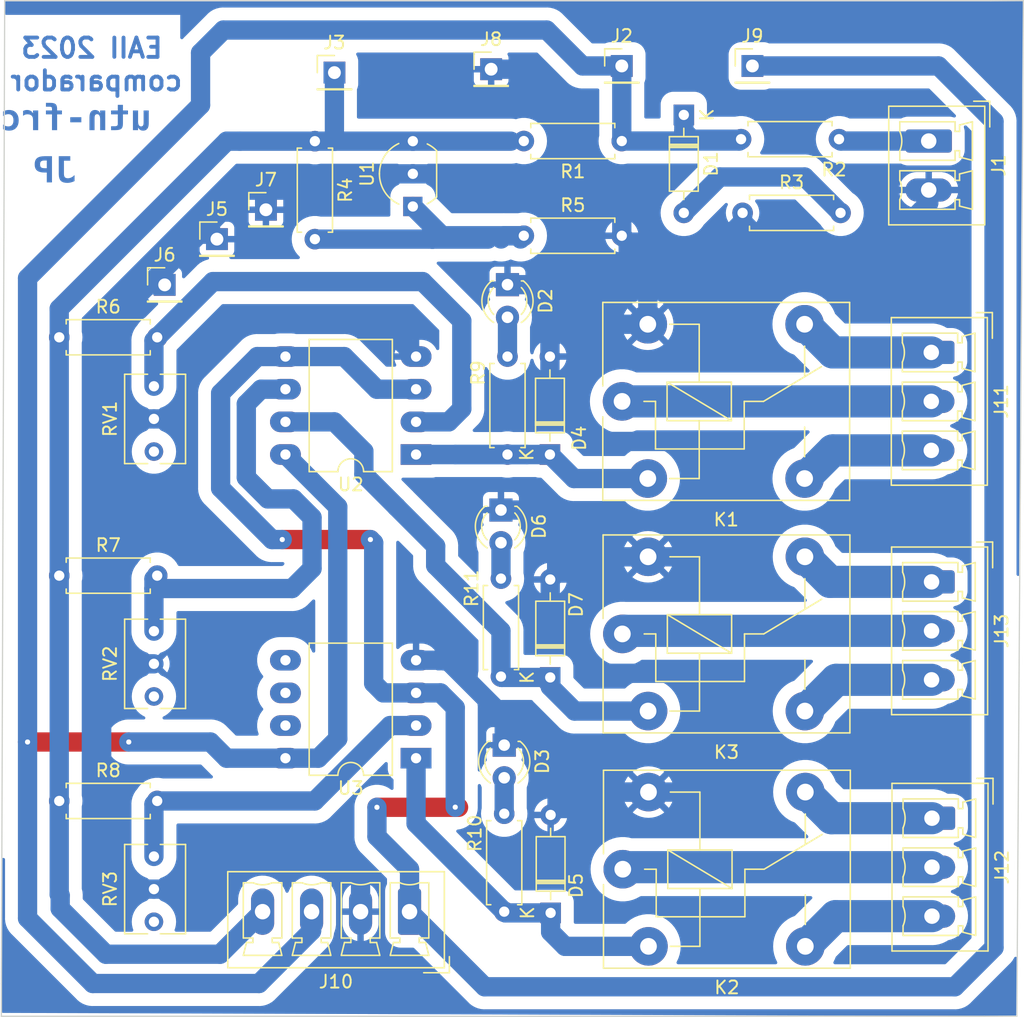
<source format=kicad_pcb>
(kicad_pcb (version 20221018) (generator pcbnew)
  (layers (0 "F.Cu" signal) (31 "B.Cu" signal) (34 "B.Paste" user) (35 "F.Paste" user) (36 "B.SilkS" user "B.Silkscreen") (37 "F.SilkS" user "F.Silkscreen") (38 "B.Mask" user) (39 "F.Mask" user) (44 "Edge.Cuts" user))
  (net 0 "")
  (net 1 "+15V")
  (net 2 "GND")
  (net 3 "Net-(D4-K)")
  (net 4 "Net-(J11-Pin_1)")
  (net 5 "Net-(J11-Pin_2)")
  (net 6 "ldr")
  (net 7 "Net-(J11-Pin_3)")
  (net 8 "Net-(J12-Pin_1)")
  (net 9 "Net-(J12-Pin_2)")
  (net 10 "Net-(J12-Pin_3)")
  (net 11 "Net-(J13-Pin_1)")
  (net 12 "Net-(J13-Pin_2)")
  (net 13 "+5V")
  (net 14 "Net-(J13-Pin_3)")
  (net 15 "Net-(U1-REF)")
  (net 16 "ref1")
  (net 17 "ref2")
  (net 18 "ref3")
  (net 25 "Net-(D2-A)")
  (net 26 "Net-(D3-A)")
  (net 27 "Net-(D5-K)")
  (net 28 "Net-(D6-A)")
  (net 29 "Net-(D7-K)")
  (net 30 "Net-(D1-A)")
  (net 31 "Net-(J1-Pin_1)")
  (footprint "Connector_PinHeader_2.54mm:PinHeader_1x01_P2.54mm_Vertical" (layer "F.Cu") (at 162.306 62.22)
    (fp_text reference "J9" (at 0 -2.33) (layer "F.SilkS"))
    (fp_text value "sensor")
    (pad "1" thru_hole rect (at 0 0) (size 1.7 1.7) (drill 1) (layers "*.Cu" "*.Mask") (net 6 "ldr"))
  )
  (footprint "Package_DIP:DIP-8_W10.16mm_LongPads" (layer "F.Cu") (at 136.144 116.068 180)
    (fp_text reference "U3" (at 5.08 -2.33) (layer "F.SilkS"))
    (fp_text value "TL082")
    (pad "1" thru_hole rect (at 0 0 180) (size 2.4 1.6) (drill 0.8) (layers "*.Cu" "*.Mask") (net 27 "Net-(D5-K)"))
    (pad "2" thru_hole oval (at 0 2.54 180) (size 2.4 1.6) (drill 0.8) (layers "*.Cu" "*.Mask") (net 18 "ref3"))
    (pad "3" thru_hole oval (at 0 5.08 180) (size 2.4 1.6) (drill 0.8) (layers "*.Cu" "*.Mask") (net 6 "ldr"))
    (pad "4" thru_hole oval (at 0 7.62 180) (size 2.4 1.6) (drill 0.8) (layers "*.Cu" "*.Mask") (net 2 "GND"))
    (pad "5" thru_hole oval (at 10.16 7.62 180) (size 2.4 1.6) (drill 0.8) (layers "*.Cu" "*.Mask"))
    (pad "6" thru_hole oval (at 10.16 5.08 180) (size 2.4 1.6) (drill 0.8) (layers "*.Cu" "*.Mask"))
    (pad "7" thru_hole oval (at 10.16 2.54 180) (size 2.4 1.6) (drill 0.8) (layers "*.Cu" "*.Mask"))
    (pad "8" thru_hole oval (at 10.16 0 180) (size 2.4 1.6) (drill 0.8) (layers "*.Cu" "*.Mask") (net 1 "+15V"))
  )
  (footprint "Resistor_THT:R_Axial_DIN0207_L6.3mm_D2.5mm_P7.62mm_Horizontal" (layer "F.Cu") (at 161.544 73.65)
    (fp_text reference "R3" (at 3.81 -2.37) (layer "F.SilkS"))
    (fp_text value "R")
    (pad "1" thru_hole circle (at 0 0) (size 1.6 1.6) (drill 0.8) (layers "*.Cu" "*.Mask") (net 2 "GND"))
    (pad "2" thru_hole oval (at 7.62 0) (size 1.6 1.6) (drill 0.8) (layers "*.Cu" "*.Mask") (net 30 "Net-(D1-A)"))
  )
  (footprint "Resistor_THT:R_Axial_DIN0207_L6.3mm_D2.5mm_P7.62mm_Horizontal" (layer "F.Cu") (at 142.748 102.098 -90)
    (fp_text reference "R11" (at 0.762 2.286 90) (layer "F.SilkS"))
    (fp_text value "R")
    (pad "1" thru_hole circle (at 0 0 270) (size 1.6 1.6) (drill 0.8) (layers "*.Cu" "*.Mask") (net 28 "Net-(D6-A)"))
    (pad "2" thru_hole oval (at 7.62 0 270) (size 1.6 1.6) (drill 0.8) (layers "*.Cu" "*.Mask") (net 29 "Net-(D7-K)"))
  )
  (footprint "Diode_THT:D_DO-35_SOD27_P7.62mm_Horizontal" (layer "F.Cu") (at 156.972 66.03 -90)
    (fp_text reference "D1" (at 3.81 -2.12 90) (layer "F.SilkS"))
    (fp_text value "D_Zener")
    (fp_text user "K" (at 0 -1.8 90) (layer "F.SilkS"))
    (pad "1" thru_hole rect (at 0 0 270) (size 1.6 1.6) (drill 0.8) (layers "*.Cu" "*.Mask") (net 1 "+15V"))
    (pad "2" thru_hole oval (at 7.62 0 270) (size 1.6 1.6) (drill 0.8) (layers "*.Cu" "*.Mask") (net 30 "Net-(D1-A)"))
  )
  (footprint "LED_THT:LED_D3.0mm" (layer "F.Cu") (at 142.748 96.764 -90)
    (fp_text reference "D6" (at 1.27 -2.96 90) (layer "F.SilkS"))
    (fp_text value "LED")
    (pad "1" thru_hole rect (at 0 0 270) (size 1.8 1.8) (drill 0.9) (layers "*.Cu" "*.Mask") (net 2 "GND"))
    (pad "2" thru_hole circle (at 2.54 0 270) (size 1.8 1.8) (drill 0.9) (layers "*.Cu" "*.Mask") (net 28 "Net-(D6-A)"))
  )
  (footprint "Connector_Phoenix_MC:PhoenixContact_MCV_1,5_4-G-3.81_1x04_P3.81mm_Vertical" (layer "F.Cu") (at 135.636 128.006 180)
    (fp_text reference "J10" (at 5.72 -5.45) (layer "F.SilkS"))
    (fp_text value "exp")
    (pad "1" thru_hole roundrect (at 0 0 180) (size 1.8 3.6) (drill 1.2) (layers "*.Cu" "*.Mask") (roundrect_rratio 0.138889) (net 6 "ldr"))
    (pad "2" thru_hole oval (at 3.81 0 180) (size 1.8 3.6) (drill 1.2) (layers "*.Cu" "*.Mask") (net 2 "GND"))
    (pad "3" thru_hole oval (at 7.62 0 180) (size 1.8 3.6) (drill 1.2) (layers "*.Cu" "*.Mask") (net 1 "+15V"))
    (pad "4" thru_hole oval (at 11.43 0 180) (size 1.8 3.6) (drill 1.2) (layers "*.Cu" "*.Mask") (net 13 "+5V"))
  )
  (footprint "Potentiometer_THT:Potentiometer_Bourns_3266Y_Vertical" (layer "F.Cu") (at 115.754 106.187 90)
    (fp_text reference "RV2" (at -2.54 -3.41 90) (layer "F.SilkS"))
    (fp_text value "10K")
    (pad "1" thru_hole circle (at 0 0 90) (size 1.44 1.44) (drill 0.8) (layers "*.Cu" "*.Mask") (net 17 "ref2"))
    (pad "2" thru_hole circle (at -2.54 0 90) (size 1.44 1.44) (drill 0.8) (layers "*.Cu" "*.Mask") (net 2 "GND"))
    (pad "3" thru_hole circle (at -5.08 0 90) (size 1.44 1.44) (drill 0.8) (layers "*.Cu" "*.Mask"))
  )
  (footprint "Resistor_THT:R_Axial_DIN0207_L6.3mm_D2.5mm_P7.62mm_Horizontal" (layer "F.Cu") (at 169.0445 67.9175 180)
    (fp_text reference "R2" (at 0.3885 -2.37) (layer "F.SilkS"))
    (fp_text value "R")
    (pad "1" thru_hole circle (at 0 0 180) (size 1.6 1.6) (drill 0.8) (layers "*.Cu" "*.Mask") (net 31 "Net-(J1-Pin_1)"))
    (pad "2" thru_hole oval (at 7.62 0 180) (size 1.6 1.6) (drill 0.8) (layers "*.Cu" "*.Mask") (net 1 "+15V"))
  )
  (footprint "Connector_Phoenix_MC:PhoenixContact_MCV_1,5_3-G-3.81_1x03_P3.81mm_Vertical" (layer "F.Cu") (at 176.276 120.736 -90)
    (fp_text reference "J12" (at 3.81 -5.45 90) (layer "F.SilkS"))
    (fp_text value "out")
    (pad "1" thru_hole roundrect (at 0 0 270) (size 1.8 3.6) (drill 1.2) (layers "*.Cu" "*.Mask") (roundrect_rratio 0.138889) (net 8 "Net-(J12-Pin_1)"))
    (pad "2" thru_hole oval (at 3.81 0 270) (size 1.8 3.6) (drill 1.2) (layers "*.Cu" "*.Mask") (net 9 "Net-(J12-Pin_2)"))
    (pad "3" thru_hole oval (at 7.62 0 270) (size 1.8 3.6) (drill 1.2) (layers "*.Cu" "*.Mask") (net 10 "Net-(J12-Pin_3)"))
  )
  (footprint "Resistor_THT:R_Axial_DIN0207_L6.3mm_D2.5mm_P7.62mm_Horizontal" (layer "F.Cu") (at 143.002 120.386 -90)
    (fp_text reference "R10" (at 1.524 2.286 90) (layer "F.SilkS"))
    (fp_text value "R")
    (pad "1" thru_hole circle (at 0 0 270) (size 1.6 1.6) (drill 0.8) (layers "*.Cu" "*.Mask") (net 26 "Net-(D3-A)"))
    (pad "2" thru_hole oval (at 7.62 0 270) (size 1.6 1.6) (drill 0.8) (layers "*.Cu" "*.Mask") (net 27 "Net-(D5-K)"))
  )
  (footprint "Resistor_THT:R_Axial_DIN0207_L6.3mm_D2.5mm_P7.62mm_Horizontal" (layer "F.Cu") (at 108.388 83.327)
    (fp_text reference "R6" (at 3.81 -2.37) (layer "F.SilkS"))
    (fp_text value "1k")
    (pad "1" thru_hole circle (at 0 0) (size 1.6 1.6) (drill 0.8) (layers "*.Cu" "*.Mask") (net 13 "+5V"))
    (pad "2" thru_hole oval (at 7.62 0) (size 1.6 1.6) (drill 0.8) (layers "*.Cu" "*.Mask") (net 16 "ref1"))
  )
  (footprint "Connector_PinHeader_2.54mm:PinHeader_1x01_P2.54mm_Vertical" (layer "F.Cu") (at 116.591 79.248)
    (fp_text reference "J6" (at 0 -2.33) (layer "F.SilkS"))
    (fp_text value "GND")
    (pad "1" thru_hole rect (at 0 0) (size 1.7 1.7) (drill 1) (layers "*.Cu" "*.Mask") (net 2 "GND"))
  )
  (footprint "Resistor_THT:R_Axial_DIN0207_L6.3mm_D2.5mm_P7.62mm_Horizontal" (layer "F.Cu") (at 108.388 101.869)
    (fp_text reference "R7" (at 3.81 -2.37) (layer "F.SilkS"))
    (fp_text value "1k")
    (pad "1" thru_hole circle (at 0 0) (size 1.6 1.6) (drill 0.8) (layers "*.Cu" "*.Mask") (net 13 "+5V"))
    (pad "2" thru_hole oval (at 7.62 0) (size 1.6 1.6) (drill 0.8) (layers "*.Cu" "*.Mask") (net 17 "ref2"))
  )
  (footprint "Potentiometer_THT:Potentiometer_Bourns_3266Y_Vertical" (layer "F.Cu") (at 115.754 87.137 90)
    (fp_text reference "RV1" (at -2.54 -3.41 90) (layer "F.SilkS"))
    (fp_text value "10K")
    (pad "1" thru_hole circle (at 0 0 90) (size 1.44 1.44) (drill 0.8) (layers "*.Cu" "*.Mask") (net 16 "ref1"))
    (pad "2" thru_hole circle (at -2.54 0 90) (size 1.44 1.44) (drill 0.8) (layers "*.Cu" "*.Mask") (net 2 "GND"))
    (pad "3" thru_hole circle (at -5.08 0 90) (size 1.44 1.44) (drill 0.8) (layers "*.Cu" "*.Mask"))
  )
  (footprint "Diode_THT:D_DO-35_SOD27_P7.62mm_Horizontal" (layer "F.Cu") (at 146.612 128.102 90)
    (fp_text reference "D5" (at 2.128 1.978 90) (layer "F.SilkS"))
    (fp_text value "D")
    (fp_text user "K" (at 0 -1.8 90) (layer "F.SilkS"))
    (pad "1" thru_hole rect (at 0 0 90) (size 1.6 1.6) (drill 0.8) (layers "*.Cu" "*.Mask") (net 27 "Net-(D5-K)"))
    (pad "2" thru_hole oval (at 7.62 0 90) (size 1.6 1.6) (drill 0.8) (layers "*.Cu" "*.Mask") (net 2 "GND"))
  )
  (footprint "LED_THT:LED_D3.0mm" (layer "F.Cu") (at 143.256 79.233 -90)
    (fp_text reference "D2" (at 1.27 -2.96 90) (layer "F.SilkS"))
    (fp_text value "LED")
    (pad "1" thru_hole rect (at 0 0 270) (size 1.8 1.8) (drill 0.9) (layers "*.Cu" "*.Mask") (net 2 "GND"))
    (pad "2" thru_hole circle (at 2.54 0 270) (size 1.8 1.8) (drill 0.9) (layers "*.Cu" "*.Mask") (net 25 "Net-(D2-A)"))
  )
  (footprint "Resistor_THT:R_Axial_DIN0207_L6.3mm_D2.5mm_P7.62mm_Horizontal" (layer "F.Cu") (at 128.275 68.072 -90)
    (fp_text reference "R4" (at 3.81 -2.37 90) (layer "F.SilkS"))
    (fp_text value "R")
    (pad "1" thru_hole circle (at 0 0 270) (size 1.6 1.6) (drill 0.8) (layers "*.Cu" "*.Mask") (net 13 "+5V"))
    (pad "2" thru_hole oval (at 7.62 0 270) (size 1.6 1.6) (drill 0.8) (layers "*.Cu" "*.Mask") (net 15 "Net-(U1-REF)"))
  )
  (footprint "Diode_THT:D_DO-35_SOD27_P7.62mm_Horizontal" (layer "F.Cu") (at 146.58 109.786 90)
    (fp_text reference "D7" (at 5.656 2.01 90) (layer "F.SilkS"))
    (fp_text value "D")
    (fp_text user "K" (at 0 -1.8 90) (layer "F.SilkS"))
    (pad "1" thru_hole rect (at 0 0 90) (size 1.6 1.6) (drill 0.8) (layers "*.Cu" "*.Mask") (net 29 "Net-(D7-K)"))
    (pad "2" thru_hole oval (at 7.62 0 90) (size 1.6 1.6) (drill 0.8) (layers "*.Cu" "*.Mask") (net 2 "GND"))
  )
  (footprint "Resistor_THT:R_Axial_DIN0207_L6.3mm_D2.5mm_P7.62mm_Horizontal" (layer "F.Cu") (at 152.146 68.062 180)
    (fp_text reference "R1" (at 3.81 -2.37) (layer "F.SilkS"))
    (fp_text value "R")
    (pad "1" thru_hole circle (at 0 0 180) (size 1.6 1.6) (drill 0.8) (layers "*.Cu" "*.Mask") (net 1 "+15V"))
    (pad "2" thru_hole oval (at 7.62 0 180) (size 1.6 1.6) (drill 0.8) (layers "*.Cu" "*.Mask") (net 13 "+5V"))
  )
  (footprint "Resistor_THT:R_Axial_DIN0207_L6.3mm_D2.5mm_P7.62mm_Horizontal" (layer "F.Cu") (at 143.256 84.826 -90)
    (fp_text reference "R9" (at 1.27 2.286 90) (layer "F.SilkS"))
    (fp_text value "R")
    (pad "1" thru_hole circle (at 0 0 270) (size 1.6 1.6) (drill 0.8) (layers "*.Cu" "*.Mask") (net 25 "Net-(D2-A)"))
    (pad "2" thru_hole oval (at 7.62 0 270) (size 1.6 1.6) (drill 0.8) (layers "*.Cu" "*.Mask") (net 3 "Net-(D4-K)"))
  )
  (footprint "Diode_THT:D_DO-35_SOD27_P7.62mm_Horizontal" (layer "F.Cu") (at 146.558 92.446 90)
    (fp_text reference "D4" (at 1.27 2.286 90) (layer "F.SilkS"))
    (fp_text value "D")
    (fp_text user "K" (at 0 -1.8 90) (layer "F.SilkS"))
    (pad "1" thru_hole rect (at 0 0 90) (size 1.6 1.6) (drill 0.8) (layers "*.Cu" "*.Mask") (net 3 "Net-(D4-K)"))
    (pad "2" thru_hole oval (at 7.62 0 90) (size 1.6 1.6) (drill 0.8) (layers "*.Cu" "*.Mask") (net 2 "GND"))
  )
  (footprint "Connector_Phoenix_MC:PhoenixContact_MCV_1,5_2-G-3.81_1x02_P3.81mm_Vertical" (layer "F.Cu") (at 176.022 68.062 -90)
    (fp_text reference "J1" (at 1.9 -5.45 90) (layer "F.SilkS"))
    (fp_text value "alimentacion")
    (pad "1" thru_hole roundrect (at 0 0 270) (size 1.8 3.6) (drill 1.2) (layers "*.Cu" "*.Mask") (roundrect_rratio 0.138889) (net 31 "Net-(J1-Pin_1)"))
    (pad "2" thru_hole oval (at 3.81 0 270) (size 1.8 3.6) (drill 1.2) (layers "*.Cu" "*.Mask") (net 2 "GND"))
  )
  (footprint "LED_THT:LED_D3.0mm" (layer "F.Cu") (at 143.002 115.052 -90)
    (fp_text reference "D3" (at 1.27 -2.96 90) (layer "F.SilkS"))
    (fp_text value "LED")
    (pad "1" thru_hole rect (at 0 0 270) (size 1.8 1.8) (drill 0.9) (layers "*.Cu" "*.Mask") (net 2 "GND"))
    (pad "2" thru_hole circle (at 2.54 0 270) (size 1.8 1.8) (drill 0.9) (layers "*.Cu" "*.Mask") (net 26 "Net-(D3-A)"))
  )
  (footprint "Connector_Phoenix_MC:PhoenixContact_MCV_1,5_3-G-3.81_1x03_P3.81mm_Vertical" (layer "F.Cu") (at 176.222 84.504 -90)
    (fp_text reference "J11" (at 3.81 -5.45 90) (layer "F.SilkS"))
    (fp_text value "out")
    (pad "1" thru_hole roundrect (at 0 0 270) (size 1.8 3.6) (drill 1.2) (layers "*.Cu" "*.Mask") (roundrect_rratio 0.138889) (net 4 "Net-(J11-Pin_1)"))
    (pad "2" thru_hole oval (at 3.81 0 270) (size 1.8 3.6) (drill 1.2) (layers "*.Cu" "*.Mask") (net 5 "Net-(J11-Pin_2)"))
    (pad "3" thru_hole oval (at 7.62 0 270) (size 1.8 3.6) (drill 1.2) (layers "*.Cu" "*.Mask") (net 7 "Net-(J11-Pin_3)"))
  )
  (footprint "Relay_THT:Relay_SPDT_Finder_36.11" (layer "F.Cu") (at 152.17 88.314)
    (fp_text reference "K1" (at 8.1 9.2) (layer "F.SilkS"))
    (fp_text value "FINDER-36.11")
    (pad "11" thru_hole circle (at 0 0) (size 3 3) (drill 1.3) (layers "*.Cu" "*.Mask") (net 5 "Net-(J11-Pin_2)"))
    (pad "12" thru_hole circle (at 14.2 -6) (size 3 3) (drill 1.3) (layers "*.Cu" "*.Mask") (net 4 "Net-(J11-Pin_1)"))
    (pad "14" thru_hole circle (at 14.2 6) (size 3 3) (drill 1.3) (layers "*.Cu" "*.Mask") (net 7 "Net-(J11-Pin_3)"))
    (pad "A1" thru_hole circle (at 2 6) (size 3 3) (drill 1.3) (layers "*.Cu" "*.Mask") (net 3 "Net-(D4-K)"))
    (pad "A2" thru_hole circle (at 2 -6) (size 3 3) (drill 1.3) (layers "*.Cu" "*.Mask") (net 2 "GND"))
  )
  (footprint "Connector_Phoenix_MC:PhoenixContact_MCV_1,5_3-G-3.81_1x03_P3.81mm_Vertical" (layer "F.Cu") (at 176.244 102.352 -90)
    (fp_text reference "J13" (at 3.81 -5.45 90) (layer "F.SilkS"))
    (fp_text value "out")
    (pad "1" thru_hole roundrect (at 0 0 270) (size 1.8 3.6) (drill 1.2) (layers "*.Cu" "*.Mask") (roundrect_rratio 0.138889) (net 11 "Net-(J13-Pin_1)"))
    (pad "2" thru_hole oval (at 3.81 0 270) (size 1.8 3.6) (drill 1.2) (layers "*.Cu" "*.Mask") (net 12 "Net-(J13-Pin_2)"))
    (pad "3" thru_hole oval (at 7.62 0 270) (size 1.8 3.6) (drill 1.2) (layers "*.Cu" "*.Mask") (net 14 "Net-(J13-Pin_3)"))
  )
  (footprint "Package_TO_SOT_THT:TO-92_Inline_Wide" (layer "F.Cu") (at 135.895 73.152 90)
    (fp_text reference "U1" (at 2.54 -3.56 90) (layer "F.SilkS"))
    (fp_text value "TL431LP")
    (pad "1" thru_hole rect (at 0 0 90) (size 1.5 1.5) (drill 0.8) (layers "*.Cu" "*.Mask") (net 15 "Net-(U1-REF)"))
    (pad "2" thru_hole circle (at 2.54 0 90) (size 1.5 1.5) (drill 0.8) (layers "*.Cu" "*.Mask") (net 2 "GND"))
    (pad "3" thru_hole circle (at 5.08 0 90) (size 1.5 1.5) (drill 0.8) (layers "*.Cu" "*.Mask") (net 13 "+5V"))
  )
  (footprint "Potentiometer_THT:Potentiometer_Bourns_3266Y_Vertical" (layer "F.Cu") (at 115.754 123.713 90)
    (fp_text reference "RV3" (at -2.54 -3.41 90) (layer "F.SilkS"))
    (fp_text value "10K")
    (pad "1" thru_hole circle (at 0 0 90) (size 1.44 1.44) (drill 0.8) (layers "*.Cu" "*.Mask") (net 18 "ref3"))
    (pad "2" thru_hole circle (at -2.54 0 90) (size 1.44 1.44) (drill 0.8) (layers "*.Cu" "*.Mask") (net 2 "GND"))
    (pad "3" thru_hole circle (at -5.08 0 90) (size 1.44 1.44) (drill 0.8) (layers "*.Cu" "*.Mask"))
  )
  (footprint "Connector_PinHeader_2.54mm:PinHeader_1x01_P2.54mm_Vertical" (layer "F.Cu") (at 141.986 62.474)
    (fp_text reference "J8" (at 0 -2.33) (layer "F.SilkS"))
    (fp_text value "GND")
    (pad "1" thru_hole rect (at 0 0) (size 1.7 1.7) (drill 1) (layers "*.Cu" "*.Mask") (net 2 "GND"))
  )
  (footprint "Relay_THT:Relay_SPDT_Finder_36.11" (layer "F.Cu") (at 152.224 124.704)
    (fp_text reference "K2" (at 8.1 9.2) (layer "F.SilkS"))
    (fp_text value "FINDER-36.11")
    (pad "11" thru_hole circle (at 0 0) (size 3 3) (drill 1.3) (layers "*.Cu" "*.Mask") (net 9 "Net-(J12-Pin_2)"))
    (pad "12" thru_hole circle (at 14.2 -6) (size 3 3) (drill 1.3) (layers "*.Cu" "*.Mask") (net 8 "Net-(J12-Pin_1)"))
    (pad "14" thru_hole circle (at 14.2 6) (size 3 3) (drill 1.3) (layers "*.Cu" "*.Mask") (net 10 "Net-(J12-Pin_3)"))
    (pad "A1" thru_hole circle (at 2 6) (size 3 3) (drill 1.3) (layers "*.Cu" "*.Mask") (net 27 "Net-(D5-K)"))
    (pad "A2" thru_hole circle (at 2 -6) (size 3 3) (drill 1.3) (layers "*.Cu" "*.Mask") (net 2 "GND"))
  )
  (footprint "Resistor_THT:R_Axial_DIN0207_L6.3mm_D2.5mm_P7.62mm_Horizontal" (layer "F.Cu") (at 144.526 75.428)
    (fp_text reference "R5" (at 3.81 -2.37) (layer "F.SilkS"))
    (fp_text value "R")
    (pad "1" thru_hole circle (at 0 0) (size 1.6 1.6) (drill 0.8) (layers "*.Cu" "*.Mask") (net 15 "Net-(U1-REF)"))
    (pad "2" thru_hole oval (at 7.62 0) (size 1.6 1.6) (drill 0.8) (layers "*.Cu" "*.Mask") (net 2 "GND"))
  )
  (footprint "Connector_PinHeader_2.54mm:PinHeader_1x01_P2.54mm_Vertical" (layer "F.Cu") (at 124.465 73.406)
    (fp_text reference "J7" (at 0 -2.33) (layer "F.SilkS"))
    (fp_text value "GND")
    (pad "1" thru_hole rect (at 0 0) (size 1.7 1.7) (drill 1) (layers "*.Cu" "*.Mask") (net 2 "GND"))
  )
  (footprint "Package_DIP:DIP-8_W10.16mm_LongPads" (layer "F.Cu") (at 136.144 92.446 180)
    (fp_text reference "U2" (at 5.08 -2.33) (layer "F.SilkS"))
    (fp_text value "TL082")
    (pad "1" thru_hole rect (at 0 0 180) (size 2.4 1.6) (drill 0.8) (layers "*.Cu" "*.Mask") (net 3 "Net-(D4-K)"))
    (pad "2" thru_hole oval (at 0 2.54 180) (size 2.4 1.6) (drill 0.8) (layers "*.Cu" "*.Mask") (net 16 "ref1"))
    (pad "3" thru_hole oval (at 0 5.08 180) (size 2.4 1.6) (drill 0.8) (layers "*.Cu" "*.Mask") (net 6 "ldr"))
    (pad "4" thru_hole oval (at 0 7.62 180) (size 2.4 1.6) (drill 0.8) (layers "*.Cu" "*.Mask") (net 2 "GND"))
    (pad "5" thru_hole oval (at 10.16 7.62 180) (size 2.4 1.6) (drill 0.8) (layers "*.Cu" "*.Mask") (net 6 "ldr"))
    (pad "6" thru_hole oval (at 10.16 5.08 180) (size 2.4 1.6) (drill 0.8) (layers "*.Cu" "*.Mask") (net 17 "ref2"))
    (pad "7" thru_hole oval (at 10.16 2.54 180) (size 2.4 1.6) (drill 0.8) (layers "*.Cu" "*.Mask") (net 29 "Net-(D7-K)"))
    (pad "8" thru_hole oval (at 10.16 0 180) (size 2.4 1.6) (drill 0.8) (layers "*.Cu" "*.Mask") (net 1 "+15V"))
  )
  (footprint "Connector_PinHeader_2.54mm:PinHeader_1x01_P2.54mm_Vertical" (layer "F.Cu") (at 129.794 62.738)
    (fp_text reference "J3" (at 0 -2.33) (layer "F.SilkS"))
    (fp_text value "+5")
    (pad "1" thru_hole rect (at 0 0) (size 1.7 1.7) (drill 1) (layers "*.Cu" "*.Mask") (net 13 "+5V"))
  )
  (footprint "Connector_PinHeader_2.54mm:PinHeader_1x01_P2.54mm_Vertical" (layer "F.Cu") (at 152.146 62.22)
    (fp_text reference "J2" (at 0 -2.33) (layer "F.SilkS"))
    (fp_text value "+15")
    (pad "1" thru_hole rect (at 0 0) (size 1.7 1.7) (drill 1) (layers "*.Cu" "*.Mask") (net 1 "+15V"))
  )
  (footprint "Relay_THT:Relay_SPDT_Finder_36.11" (layer "F.Cu") (at 152.192 106.402)
    (fp_text reference "K3" (at 8.1 9.2) (layer "F.SilkS"))
    (fp_text value "FINDER-36.11")
    (pad "11" thru_hole circle (at 0 0) (size 3 3) (drill 1.3) (layers "*.Cu" "*.Mask") (net 12 "Net-(J13-Pin_2)"))
    (pad "12" thru_hole circle (at 14.2 -6) (size 3 3) (drill 1.3) (layers "*.Cu" "*.Mask") (net 11 "Net-(J13-Pin_1)"))
    (pad "14" thru_hole circle (at 14.2 6) (size 3 3) (drill 1.3) (layers "*.Cu" "*.Mask") (net 14 "Net-(J13-Pin_3)"))
    (pad "A1" thru_hole circle (at 2 6) (size 3 3) (drill 1.3) (layers "*.Cu" "*.Mask") (net 29 "Net-(D7-K)"))
    (pad "A2" thru_hole circle (at 2 -6) (size 3 3) (drill 1.3) (layers "*.Cu" "*.Mask") (net 2 "GND"))
  )
  (footprint "Resistor_THT:R_Axial_DIN0207_L6.3mm_D2.5mm_P7.62mm_Horizontal" (layer "F.Cu") (at 108.388 119.395)
    (fp_text reference "R8" (at 3.81 -2.37) (layer "F.SilkS"))
    (fp_text value "1k")
    (pad "1" thru_hole circle (at 0 0) (size 1.6 1.6) (drill 0.8) (layers "*.Cu" "*.Mask") (net 13 "+5V"))
    (pad "2" thru_hole oval (at 7.62 0) (size 1.6 1.6) (drill 0.8) (layers "*.Cu" "*.Mask") (net 18 "ref3"))
  )
  (footprint "Connector_PinHeader_2.54mm:PinHeader_1x01_P2.54mm_Vertical" (layer "F.Cu") (at 120.655 75.692)
    (fp_text reference "J5" (at 0 -2.33) (layer "F.SilkS"))
    (fp_text value "GND")
    (pad "1" thru_hole rect (at 0 0) (size 1.7 1.7) (drill 1) (layers "*.Cu" "*.Mask") (net 2 "GND"))
  )
  (gr_line (start 103.891 133.604) (end 103.891 136.144) (stroke (width 0.1)) (layer "Edge.Cuts"))
  (gr_line (start 104.145 57.15) (end 103.891 133.604) (stroke (width 0.1)) (layer "Edge.Cuts"))
  (gr_line (start 182.88 136.134) (end 180.345 136.144) (stroke (width 0.1)) (layer "Edge.Cuts"))
  (gr_line (start 103.891 136.144) (end 180.345 136.144) (stroke (width 0.1)) (layer "Edge.Cuts"))
  (gr_line (start 180.853 57.15) (end 104.145 57.15) (stroke (width 0.1)) (layer "Edge.Cuts"))
  (gr_line (start 182.88 136.134) (end 183.388 57.14) (stroke (width 0.1)) (layer "Edge.Cuts"))
  (gr_line (start 183.388 57.14) (end 180.853 57.15) (stroke (width 0.1)) (layer "Edge.Cuts"))
  (gr_text "JP" (at 109.728 71.618) (layer "B.Cu") (effects (font (size 2 2) (thickness 0.3) bold) (justify left bottom mirror)))
  (gr_text "comparador" (at 118.11 64.252) (layer "B.Cu") (effects (font (size 1.5 1.5) (thickness 0.3) bold) (justify left bottom mirror)))
  (gr_text "EAII 2023\n" (at 116.586 61.712) (layer "B.Cu") (effects (font (size 1.5 1.5) (thickness 0.3) bold) (justify left bottom mirror)))
  (gr_text "utn-frc" (at 115.57 67.554) (layer "B.Cu") (effects (font (size 2 2) (thickness 0.3) bold) (justify left bottom mirror)))
  (segment (start 105.923 114.808) (end 113.797 114.808) (width 1.5) (layer "F.Cu") (net 1))
  (via (at 113.797 114.808) (size 0.8) (drill 0.4) (layers "F.Cu" "B.Cu") (net 1))
  (via (at 105.923 114.808) (size 0.8) (drill 0.4) (layers "F.Cu" "B.Cu") (net 1))
  (segment (start 149.098 62.22) (end 152.146 62.22) (width 1.5) (layer "B.Cu") (net 1))
  (segment (start 128.016 128.006) (end 128.016 129.506) (width 1.5) (layer "B.Cu") (net 1))
  (segment (start 110.998 133.594) (end 105.923 128.519) (width 1.5) (layer "B.Cu") (net 1))
  (segment (start 156.972 66.03) (end 156.972 67.3) (width 1.5) (layer "B.Cu") (net 1))
  (segment (start 152.146 62.22) (end 152.146 68.062) (width 1.5) (layer "B.Cu") (net 1))
  (segment (start 146.304 59.426) (end 149.098 62.22) (width 1.5) (layer "B.Cu") (net 1))
  (segment (start 113.797 114.808) (end 120.147 114.808) (width 1.5) (layer "B.Cu") (net 1))
  (segment (start 119.38 65.268) (end 119.38 61.204) (width 1.5) (layer "B.Cu") (net 1))
  (segment (start 121.407 116.068) (end 120.147 114.808) (width 1.5) (layer "B.Cu") (net 1))
  (segment (start 125.984 116.068) (end 121.407 116.068) (width 1.5) (layer "B.Cu") (net 1))
  (segment (start 123.928 133.594) (end 110.998 133.594) (width 1.5) (layer "B.Cu") (net 1))
  (segment (start 119.38 61.204) (end 121.158 59.426) (width 1.5) (layer "B.Cu") (net 1))
  (segment (start 130.053 114.554) (end 128.539 116.068) (width 1.5) (layer "B.Cu") (net 1))
  (segment (start 128.539 116.068) (end 125.984 116.068) (width 1.5) (layer "B.Cu") (net 1))
  (segment (start 105.923 78.725) (end 119.38 65.268) (width 1.5) (layer "B.Cu") (net 1))
  (segment (start 130.053 96.515) (end 130.053 114.554) (width 1.5) (layer "B.Cu") (net 1))
  (segment (start 121.158 59.426) (end 146.304 59.426) (width 1.5) (layer "B.Cu") (net 1))
  (segment (start 105.923 128.519) (end 105.923 114.808) (width 1.5) (layer "B.Cu") (net 1))
  (segment (start 125.984 92.446) (end 130.053 96.515) (width 1.5) (layer "B.Cu") (net 1))
  (segment (start 156.972 67.3) (end 157.5895 67.9175) (width 1.5) (layer "B.Cu") (net 1))
  (segment (start 152.146 68.062) (end 161.28 68.062) (width 1.5) (layer "B.Cu") (net 1))
  (segment (start 157.5895 67.9175) (end 161.4245 67.9175) (width 1.5) (layer "B.Cu") (net 1))
  (segment (start 105.923 114.808) (end 105.923 78.725) (width 1.5) (layer "B.Cu") (net 1))
  (segment (start 128.016 129.506) (end 123.928 133.594) (width 1.5) (layer "B.Cu") (net 1))
  (segment (start 161.28 68.062) (end 161.4245 67.9175) (width 1.5) (layer "B.Cu") (net 1))
  (segment (start 156.464 109.464) (end 159.512 112.512) (width 1.5) (layer "B.Cu") (net 2))
  (segment (start 148.344 100.402) (end 146.58 102.166) (width 1.5) (layer "B.Cu") (net 2))
  (segment (start 159.512 112.512) (end 159.512 116.322) (width 1.5) (layer "B.Cu") (net 2))
  (segment (start 142.24 72.126) (end 148.336 72.126) (width 1.5) (layer "B.Cu") (net 2))
  (segment (start 124.465 73.406) (end 124.465 71.882) (width 1.5) (layer "B.Cu") (net 2))
  (segment (start 120.274 75.311) (end 119.258 75.311) (width 1.5) (layer "B.Cu") (net 2))
  (segment (start 154.17 82.314) (end 154.17 77.714) (width 1.5) (layer "B.Cu") (net 2))
  (segment (start 142.748 96.764) (end 144.706 96.764) (width 1.5) (layer "B.Cu") (net 2))
  (segment (start 111.69 91.201) (end 112.527 90.364) (width 1.5) (layer "B.Cu") (net 2))
  (segment (start 152.146 73.65) (end 150.622 72.126) (width 1.5) (layer "B.Cu") (net 2))
  (segment (start 112.527 90.364) (end 112.527 82.042) (width 1.5) (layer "B.Cu") (net 2))
  (segment (start 131.826 125.466) (end 129.286 122.926) (width 1.5) (layer "B.Cu") (net 2))
  (segment (start 153.629 81.773) (end 154.17 82.314) (width 1.5) (layer "B.Cu") (net 2))
  (segment (start 161.544 73.65) (end 161.544 77.714) (width 1.5) (layer "B.Cu") (net 2))
  (segment (start 148.336 66.284) (end 148.336 72.126) (width 1.5) (layer "B.Cu") (net 2))
  (segment (start 144.526 62.474) (end 148.336 66.284) (width 1.5) (layer "B.Cu") (net 2))
  (segment (start 160.274 93.716) (end 160.274 98.034) (width 1.5) (layer "B.Cu") (net 2))
  (segment (start 159.512 116.322) (end 157.13 118.704) (width 1.5) (layer "B.Cu") (net 2))
  (segment (start 129.286 122.926) (end 121.681 122.926) (width 1.5) (layer "B.Cu") (net 2))
  (segment (start 146.558 83.556) (end 147.8 82.314) (width 1.5) (layer "B.Cu") (net 2))
  (segment (start 112.706 126.253) (end 115.754 126.253) (width 1.5) (layer "B.Cu") (net 2))
  (segment (start 124.465 71.882) (end 129.799 71.882) (width 1.5) (layer "B.Cu") (net 2))
  (segment (start 154.432 77.714) (end 154.94 77.714) (width 1.5) (layer "B.Cu") (net 2))
  (segment (start 121.681 122.926) (end 118.354 126.253) (width 1.5) (layer "B.Cu") (net 2))
  (segment (start 150.368 109.464) (end 156.464 109.464) (width 1.5) (layer "B.Cu") (net 2))
  (segment (start 141.986 62.474) (end 144.526 62.474) (width 1.5) (layer "B.Cu") (net 2))
  (segment (start 157.906 100.402) (end 154.192 100.402) (width 1.5) (layer "B.Cu") (net 2))
  (segment (start 115.448 79.121) (end 119.258 75.311) (width 1.5) (layer "B.Cu") (net 2))
  (segment (start 152.146 75.428) (end 152.146 73.65) (width 1.5) (layer "B.Cu") (net 2))
  (segment (start 149.86 91.43) (end 157.988 91.43) (width 1.5) (layer "B.Cu") (net 2))
  (segment (start 161.544 77.714) (end 154.94 77.714) (width 1.5) (layer "B.Cu") (net 2))
  (segment (start 154.94 77.714) (end 154.17 77.714) (width 1.5) (layer "B.Cu") (net 2))
  (segment (start 154.224 118.704) (end 148.39 118.704) (width 1.5) (layer "B.Cu") (net 2))
  (segment (start 146.58 105.676) (end 150.368 109.464) (width 1.5) (layer "B.Cu") (net 2))
  (segment (start 115.754 108.727) (end 111.69 108.727) (width 1.5) (layer "B.Cu") (net 2))
  (segment (start 118.369 88.9) (end 117.592 89.677) (width 1.5) (layer "B.Cu") (net 2))
  (segment (start 146.58 102.166) (end 146.58 105.676) (width 1.5) (layer "B.Cu") (net 2))
  (segment (start 143.256 79.233) (end 148.049 79.233) (width 1.5) (layer "B.Cu") (net 2))
  (segment (start 157.988 91.43) (end 160.274 93.716) (width 1.5) (layer "B.Cu") (net 2))
  (segment (start 131.069 70.612) (end 135.895 70.612) (width 1.5) (layer "B.Cu") (net 2))
  (segment (start 148.834862 118.704) (end 154.224 118.704) (width 1.5) (layer "B.Cu") (net 2))
  (segment (start 120.655 75.692) (end 120.274 75.311) (width 1.5) (layer "B.Cu") (net 2))
  (segment (start 133.36 82.042) (end 136.144 84.826) (width 1.5) (layer "B.Cu") (net 2))
  (segment (start 176.022 71.872) (end 176.022 72.888) (width 1.5) (layer "B.Cu") (net 2))
  (segment (start 133.36 82.042) (end 122.179 82.042) (width 1.5) (layer "B.Cu") (net 2))
  (segment (start 140.706 70.612) (end 140.716 70.602) (width 1.5) (layer "B.Cu") (net 2))
  (segment (start 115.575 79.248) (end 115.448 79.121) (width 1.5) (layer "B.Cu") (net 2))
  (segment (start 119.258 75.311) (end 122.687 71.882) (width 1.5) (layer "B.Cu") (net 2))
  (segment (start 144.706 96.764) (end 148.344 100.402) (width 1.5) (layer "B.Cu") (net 2))
  (segment (start 147.8 82.314) (end 151.13 82.314) (width 1.5) (layer "B.Cu") (net 2))
  (segment (start 117.592 89.677) (end 115.754 89.677) (width 1.5) (layer "B.Cu") (net 2))
  (segment (start 151.13 82.314) (end 154.17 82.314) (width 1.5) (layer "B.Cu") (net 2))
  (segment (start 143.002 112.871138) (end 138.578862 108.448) (width 1.5) (layer "B.Cu") (net 2))
  (segment (start 148.049 79.233) (end 151.13 82.314) (width 1.5) (layer "B.Cu") (net 2))
  (segment (start 140.716 70.602) (end 142.24 72.126) (width 1.5) (layer "B.Cu") (net 2))
  (segment (start 118.369 85.852) (end 118.369 88.9) (width 1.5) (layer "B.Cu") (net 2))
  (segment (start 122.687 71.882) (end 124.465 71.882) (width 1.5) (layer "B.Cu") (net 2))
  (segment (start 154.1 100.31) (end 154.192 100.402) (width 1.5) (layer "B.Cu") (net 2))
  (segment (start 135.895 70.612) (end 140.706 70.612) (width 1.5) (layer "B.Cu") (net 2))
  (segment (start 171.196 77.714) (end 161.544 77.714) (width 1.5) (layer "B.Cu") (net 2))
  (segment (start 115.754 89.677) (end 113.214 89.677) (width 1.5) (layer "B.Cu") (net 2))
  (segment (start 152.146 75.428) (end 154.432 77.714) (width 1.5) (layer "B.Cu") (net 2))
  (segment (start 136.144 108.448) (end 138.578862 108.448) (width 1.5) (layer "B.Cu") (net 2))
  (segment (start 131.826 128.006) (end 131.826 125.466) (width 1.5) (layer "B.Cu") (net 2))
  (segment (start 111.69 108.727) (end 111.69 125.237) (width 1.5) (layer "B.Cu") (net 2))
  (segment (start 148.39 118.704) (end 146.612 120.482) (width 1.5) (layer "B.Cu") (net 2))
  (segment (start 146.558 88.128) (end 149.86 91.43) (width 1.5) (layer "B.Cu") (net 2))
  (segment (start 176.022 72.888) (end 171.196 77.714) (width 1.5) (layer "B.Cu") (net 2))
  (segment (start 129.799 71.882) (end 131.069 70.612) (width 1.5) (layer "B.Cu") (net 2))
  (segment (start 143.002 115.052) (end 143.002 112.871138) (width 1.5) (layer "B.Cu") (net 2))
  (segment (start 111.69 125.237) (end 112.706 126.253) (width 1.5) (layer "B.Cu") (net 2))
  (segment (start 118.354 126.253) (end 115.754 126.253) (width 1.5) (layer "B.Cu") (net 2))
  (segment (start 160.274 98.034) (end 157.906 100.402) (width 1.5) (layer "B.Cu") (net 2))
  (segment (start 146.558 84.826) (end 146.558 83.556) (width 1.5) (layer "B.Cu") (net 2))
  (segment (start 112.527 82.042) (end 115.448 79.121) (width 1.5) (layer "B.Cu") (net 2))
  (segment (start 116.591 79.248) (end 115.575 79.248) (width 1.5) (layer "B.Cu") (net 2))
  (segment (start 146.558 84.826) (end 146.558 88.128) (width 1.5) (layer "B.Cu") (net 2))
  (segment (start 148.336 72.126) (end 150.622 72.126) (width 1.5) (layer "B.Cu") (net 2))
  (segment (start 154.192 100.402) (end 148.344 100.402) (width 1.5) (layer "B.Cu") (net 2))
  (segment (start 113.214 89.677) (end 111.69 91.201) (width 1.5) (layer "B.Cu") (net 2))
  (segment (start 122.179 82.042) (end 118.369 85.852) (width 1.5) (layer "B.Cu") (net 2))
  (segment (start 111.69 91.201) (end 111.69 108.727) (width 1.5) (layer "B.Cu") (net 2))
  (segment (start 143.002 112.871138) (end 148.834862 118.704) (width 1.5) (layer "B.Cu") (net 2))
  (segment (start 157.13 118.704) (end 154.224 118.704) (width 1.5) (layer "B.Cu") (net 2))
  (segment (start 146.548 92.436) (end 146.558 92.446) (width 1.5) (layer "B.Cu") (net 3))
  (segment (start 136.144 92.446) (end 143.256 92.446) (width 1.5) (layer "B.Cu") (net 3))
  (segment (start 154.17 94.314) (end 148.426 94.314) (width 1.5) (layer "B.Cu") (net 3))
  (segment (start 146.558 92.446) (end 144.78 92.446) (width 1.5) (layer "B.Cu") (net 3))
  (segment (start 148.426 94.314) (end 146.558 92.446) (width 1.5) (layer "B.Cu") (net 3))
  (segment (start 139.192 92.446) (end 136.144 92.446) (width 1.5) (layer "B.Cu") (net 3))
  (segment (start 136.154 92.456) (end 136.144 92.446) (width 1.5) (layer "B.Cu") (net 3))
  (segment (start 144.78 92.446) (end 139.192 92.446) (width 1.5) (layer "B.Cu") (net 3))
  (segment (start 144.78 92.446) (end 143.256 92.446) (width 1.5) (layer "B.Cu") (net 3))
  (segment (start 139.192 92.446) (end 146.558 92.446) (width 1.5) (layer "B.Cu") (net 3))
  (segment (start 168.56 84.504) (end 166.37 82.314) (width 2.5) (layer "B.Cu") (net 4))
  (segment (start 176.222 84.504) (end 168.56 84.504) (width 2.5) (layer "B.Cu") (net 4))
  (segment (start 176.222 88.314) (end 152.17 88.314) (width 2.5) (layer "B.Cu") (net 5))
  (segment (start 125.735 99.06) (end 132.593 99.06) (width 1.5) (layer "F.Cu") (net 6))
  (segment (start 133.101 119.888) (end 139.451 119.888) (width 1.5) (layer "F.Cu") (net 6))
  (via (at 125.735 99.06) (size 0.8) (drill 0.4) (layers "F.Cu" "B.Cu") (net 6))
  (via (at 133.101 119.888) (size 0.8) (drill 0.4) (layers "F.Cu" "B.Cu") (net 6))
  (via (at 132.593 99.06) (size 0.8) (drill 0.4) (layers "F.Cu" "B.Cu") (net 6))
  (via (at 139.192 119.878) (size 0.8) (drill 0.4) (layers "F.Cu" "B.Cu") (net 6))
  (segment (start 133.599 110.988) (end 132.847 110.236) (width 1.5) (layer "B.Cu") (net 6))
  (segment (start 120.941 95.062428) (end 124.938572 99.06) (width 1.5) (layer "B.Cu") (net 6))
  (segment (start 136.144 87.366) (end 133.091 87.366) (width 1.5) (layer "B.Cu") (net 6))
  (segment (start 124.938572 99.06) (end 125.735 99.06) (width 1.5) (layer "B.Cu") (net 6))
  (segment (start 120.941 87.680573) (end 120.941 95.062428) (width 1.5) (layer "B.Cu") (net 6))
  (segment (start 133.091 87.366) (end 132.466 86.741) (width 1.5) (layer "B.Cu") (net 6))
  (segment (start 133.101 122.169) (end 135.636 124.704) (width 1.5) (layer "B.Cu") (net 6))
  (segment (start 123.795572 84.826) (end 120.941 87.680573) (width 1.5) (layer "B.Cu") (net 6))
  (segment (start 176.784 62.22) (end 181.102 66.538) (width 1.5) (layer "B.Cu") (net 6))
  (segment (start 132.466 86.741) (end 130.551 84.826) (width 1.5) (layer "B.Cu") (net 6))
  (segment (start 135.636 124.704) (end 135.636 128.006) (width 1.5) (layer "B.Cu") (net 6))
  (segment (start 141.478 133.848) (end 135.636 128.006) (width 1.5) (layer "B.Cu") (net 6))
  (segment (start 139.192 112.136) (end 138.044 110.988) (width 1.5) (layer "B.Cu") (net 6))
  (segment (start 181.102 130.8) (end 178.054 133.848) (width 1.5) (layer "B.Cu") (net 6))
  (segment (start 139.192 119.878) (end 139.192 112.136) (width 1.5) (layer "B.Cu") (net 6))
  (segment (start 136.144 110.988) (end 133.599 110.988) (width 1.5) (layer "B.Cu") (net 6))
  (segment (start 138.044 110.988) (end 136.144 110.988) (width 1.5) (layer "B.Cu") (net 6))
  (segment (start 178.054 133.848) (end 141.478 133.848) (width 1.5) (layer "B.Cu") (net 6))
  (segment (start 125.984 84.826) (end 123.795572 84.826) (width 1.5) (layer "B.Cu") (net 6))
  (segment (start 133.101 119.888) (end 133.101 122.169) (width 1.5) (layer "B.Cu") (net 6))
  (segment (start 132.847 99.314) (end 132.593 99.06) (width 1.5) (layer "B.Cu") (net 6))
  (segment (start 162.306 62.22) (end 176.784 62.22) (width 1.5) (layer "B.Cu") (net 6))
  (segment (start 181.102 66.538) (end 181.102 130.8) (width 1.5) (layer "B.Cu") (net 6))
  (segment (start 130.551 84.826) (end 125.984 84.826) (width 1.5) (layer "B.Cu") (net 6))
  (segment (start 132.847 110.236) (end 132.847 99.314) (width 1.5) (layer "B.Cu") (net 6))
  (segment (start 168.56 92.124) (end 166.37 94.314) (width 2.5) (layer "B.Cu") (net 7))
  (segment (start 176.222 92.124) (end 168.56 92.124) (width 2.5) (layer "B.Cu") (net 7))
  (segment (start 176.276 120.736) (end 168.456 120.736) (width 2.5) (layer "B.Cu") (net 8))
  (segment (start 168.456 120.736) (end 166.424 118.704) (width 2.5) (layer "B.Cu") (net 8))
  (segment (start 176.276 124.546) (end 152.382 124.546) (width 2.5) (layer "B.Cu") (net 9))
  (segment (start 152.382 124.546) (end 152.224 124.704) (width 2.5) (layer "B.Cu") (net 9))
  (segment (start 168.772 128.356) (end 166.424 130.704) (width 2.5) (layer "B.Cu") (net 10))
  (segment (start 176.276 128.356) (end 168.772 128.356) (width 2.5) (layer "B.Cu") (net 10))
  (segment (start 176.244 102.352) (end 168.342 102.352) (width 2.5) (layer "B.Cu") (net 11))
  (segment (start 168.342 102.352) (end 166.392 100.402) (width 2.5) (layer "B.Cu") (net 11))
  (segment (start 176.244 106.162) (end 152.432 106.162) (width 2.5) (layer "B.Cu") (net 12))
  (segment (start 152.432 106.162) (end 152.192 106.402) (width 2.5) (layer "B.Cu") (net 12))
  (segment (start 135.895 68.072) (end 129.794 68.072) (width 1.5) (layer "B.Cu") (net 13))
  (segment (start 108.388 81.101) (end 121.417 68.072) (width 1.5) (layer "B.Cu") (net 13))
  (segment (start 108.388 126.671) (end 108.463 126.746) (width 1.5) (layer "B.Cu") (net 13))
  (segment (start 108.463 126.746) (end 108.463 127.762) (width 1.5) (layer "B.Cu") (net 13))
  (segment (start 129.794 68.072) (end 128.275 68.072) (width 1.5) (layer "B.Cu") (net 13))
  (segment (start 108.388 83.327) (end 108.388 101.869) (width 1.5) (layer "B.Cu") (net 13))
  (segment (start 121.417 68.072) (end 122.433 68.072) (width 1.5) (layer "B.Cu") (net 13))
  (segment (start 135.895 68.072) (end 143.51 68.072) (width 1.5) (layer "B.Cu") (net 13))
  (segment (start 128.275 68.072) (end 122.433 68.072) (width 1.5) (layer "B.Cu") (net 13))
  (segment (start 108.388 119.395) (end 108.388 101.869) (width 1.5) (layer "B.Cu") (net 13))
  (segment (start 108.388 83.327) (end 108.388 81.101) (width 1.5) (layer "B.Cu") (net 13))
  (segment (start 108.388 119.395) (end 108.388 126.671) (width 1.5) (layer "B.Cu") (net 13))
  (segment (start 129.794 62.738) (end 129.794 68.072) (width 1.5) (layer "B.Cu") (net 13))
  (segment (start 108.463 127.762) (end 112.019 131.318) (width 1.5) (layer "B.Cu") (net 13))
  (segment (start 112.019 131.318) (end 120.894 131.318) (width 1.5) (layer "B.Cu") (net 13))
  (segment (start 120.894 131.318) (end 124.206 128.006) (width 1.5) (layer "B.Cu") (net 13))
  (segment (start 168.822 109.972) (end 166.392 112.402) (width 2.5) (layer "B.Cu") (net 14))
  (segment (start 176.244 109.972) (end 168.822 109.972) (width 2.5) (layer "B.Cu") (net 14))
  (segment (start 144.526 75.428) (end 137.678 75.428) (width 1.5) (layer "B.Cu") (net 15))
  (segment (start 142.753 75.682) (end 143.007 75.428) (width 1.5) (layer "B.Cu") (net 15))
  (segment (start 137.414 75.692) (end 141.737 75.692) (width 1.5) (layer "B.Cu") (net 15))
  (segment (start 144.272 75.682) (end 144.526 75.428) (width 1.5) (layer "B.Cu") (net 15))
  (segment (start 138.181 75.438) (end 135.895 73.152) (width 1.5) (layer "B.Cu") (net 15))
  (segment (start 128.275 75.692) (end 137.414 75.692) (width 1.5) (layer "B.Cu") (net 15))
  (segment (start 143.007 75.428) (end 144.526 75.428) (width 1.5) (layer "B.Cu") (net 15))
  (segment (start 137.678 75.428) (end 137.414 75.692) (width 1.5) (layer "B.Cu") (net 15))
  (segment (start 139.7 88.89) (end 139.7 82.042) (width 1.5) (layer "B.Cu") (net 16))
  (segment (start 120.341 78.994) (end 116.008 83.327) (width 1.5) (layer "B.Cu") (net 16))
  (segment (start 136.144 89.906) (end 138.684 89.906) (width 1.5) (layer "B.Cu") (net 16))
  (segment (start 115.754 83.581) (end 116.008 83.327) (width 1.5) (layer "B.Cu") (net 16))
  (segment (start 138.684 89.906) (end 139.7 88.89) (width 1.5) (layer "B.Cu") (net 16))
  (segment (start 115.754 87.137) (end 115.754 83.581) (width 1.5) (layer "B.Cu") (net 16))
  (segment (start 136.652 78.994) (end 120.341 78.994) (width 1.5) (layer "B.Cu") (net 16))
  (segment (start 139.7 82.042) (end 136.652 78.994) (width 1.5) (layer "B.Cu") (net 16))
  (segment (start 122.941 94.234) (end 124.606714 95.899714) (width 1.5) (layer "B.Cu") (net 17))
  (segment (start 122.941 88.509) (end 122.941 94.234) (width 1.5) (layer "B.Cu") (net 17))
  (segment (start 125.984 87.366) (end 124.084 87.366) (width 1.5) (layer "B.Cu") (net 17))
  (segment (start 115.754 106.187) (end 115.754 102.87) (width 1.5) (layer "B.Cu") (net 17))
  (segment (start 115.754 102.123) (end 116.008 101.869) (width 1.5) (layer "B.Cu") (net 17))
  (segment (start 115.754 102.87) (end 115.754 102.123) (width 1.5) (layer "B.Cu") (net 17))
  (segment (start 128.053 101.314) (end 126.497 102.87) (width 1.5) (layer "B.Cu") (net 17))
  (segment (start 126.609286 95.899714) (end 128.053 97.343428) (width 1.5) (layer "B.Cu") (net 17))
  (segment (start 124.606714 95.899714) (end 126.609286 95.899714) (width 1.5) (layer "B.Cu") (net 17))
  (segment (start 124.084 87.366) (end 122.941 88.509) (width 1.5) (layer "B.Cu") (net 17))
  (segment (start 126.497 102.87) (end 115.754 102.87) (width 1.5) (layer "B.Cu") (net 17))
  (segment (start 128.053 97.343428) (end 128.053 101.314) (width 1.5) (layer "B.Cu") (net 17))
  (segment (start 128.26 119.395) (end 116.008 119.395) (width 1.5) (layer "B.Cu") (net 18))
  (segment (start 115.754 123.713) (end 115.754 119.649) (width 1.5) (layer "B.Cu") (net 18))
  (segment (start 134.127 113.528) (end 128.26 119.395) (width 1.5) (layer "B.Cu") (net 18))
  (segment (start 115.754 119.649) (end 116.008 119.395) (width 1.5) (layer "B.Cu") (net 18))
  (segment (start 136.144 113.528) (end 134.127 113.528) (width 1.5) (layer "B.Cu") (net 18))
  (segment (start 143.256 81.773) (end 143.256 84.826) (width 1.5) (layer "B.Cu") (net 25))
  (segment (start 143.002 117.592) (end 143.002 120.386) (width 1.5) (layer "B.Cu") (net 26))
  (segment (start 147.732 130.704) (end 154.224 130.704) (width 1.5) (layer "B.Cu") (net 27))
  (segment (start 143.098 128.102) (end 143.002 128.006) (width 1.5) (layer "B.Cu") (net 27))
  (segment (start 146.612 128.102) (end 143.098 128.102) (width 1.5) (layer "B.Cu") (net 27))
  (segment (start 146.612 128.102) (end 146.612 129.584) (width 1.5) (layer "B.Cu") (net 27))
  (segment (start 136.144 121.148) (end 136.144 116.068) (width 1.5) (layer "B.Cu") (net 27))
  (segment (start 143.002 128.006) (end 136.144 121.148) (width 1.5) (layer "B.Cu") (net 27))
  (segment (start 146.612 129.584) (end 147.732 130.704) (width 1.5) (layer "B.Cu") (net 27))
  (segment (start 142.748 99.304) (end 142.748 102.098) (width 1.5) (layer "B.Cu") (net 28))
  (segment (start 146.58 109.786) (end 146.58 110.502) (width 1.5) (layer "B.Cu") (net 29))
  (segment (start 134.625 96.525) (end 137.668 99.568) (width 1.5) (layer "B.Cu") (net 29))
  (segment (start 125.984 89.906) (end 129.789 89.906) (width 1.5) (layer "B.Cu") (net 29))
  (segment (start 142.816 109.786) (end 142.748 109.718) (width 1.5) (layer "B.Cu") (net 29))
  (segment (start 132.085 93.98) (end 134.625 96.52) (width 1.5) (layer "B.Cu") (net 29))
  (segment (start 148.48 112.402) (end 154.192 112.402) (width 1.5) (layer "B.Cu") (net 29))
  (segment (start 146.58 110.502) (end 148.48 112.402) (width 1.5) (layer "B.Cu") (net 29))
  (segment (start 134.625 96.52) (end 134.625 96.525) (width 1.5) (layer "B.Cu") (net 29))
  (segment (start 129.789 89.906) (end 132.085 92.202) (width 1.5) (layer "B.Cu") (net 29))
  (segment (start 146.58 109.786) (end 142.816 109.786) (width 1.5) (layer "B.Cu") (net 29))
  (segment (start 137.668 99.568) (end 137.668 101.082) (width 1.5) (layer "B.Cu") (net 29))
  (segment (start 142.748 106.162) (end 142.748 109.718) (width 1.5) (layer "B.Cu") (net 29))
  (segment (start 132.085 92.202) (end 132.085 93.98) (width 1.5) (layer "B.Cu") (net 29))
  (segment (start 137.668 101.082) (end 142.748 106.162) (width 1.5) (layer "B.Cu") (net 29))
  (segment (start 159.766 70.856) (end 166.37 70.856) (width 1.5) (layer "B.Cu") (net 30))
  (segment (start 166.37 70.856) (end 169.164 73.65) (width 1.5) (layer "B.Cu") (net 30))
  (segment (start 156.972 73.65) (end 159.766 70.856) (width 1.5) (layer "B.Cu") (net 30))
  (segment (start 169.189 68.062) (end 169.0445 67.9175) (width 1.5) (layer "B.Cu") (net 31))
  (segment (start 176.022 68.062) (end 169.189 68.062) (width 1.5) (layer "B.Cu") (net 31))
  (zone (net 2) (net_name "GND") (layer "B.Cu") (connect_pads (clearance 1)) (min_thickness 0.25) (fill yes (thermal_gap 0.5) (thermal_bridge_width 0.5))
    (polygon (pts (xy 104.14 57.14) (xy 183.388 57.14) (xy 182.88 136.134) (xy 103.886 135.88)))
  )
)
</source>
